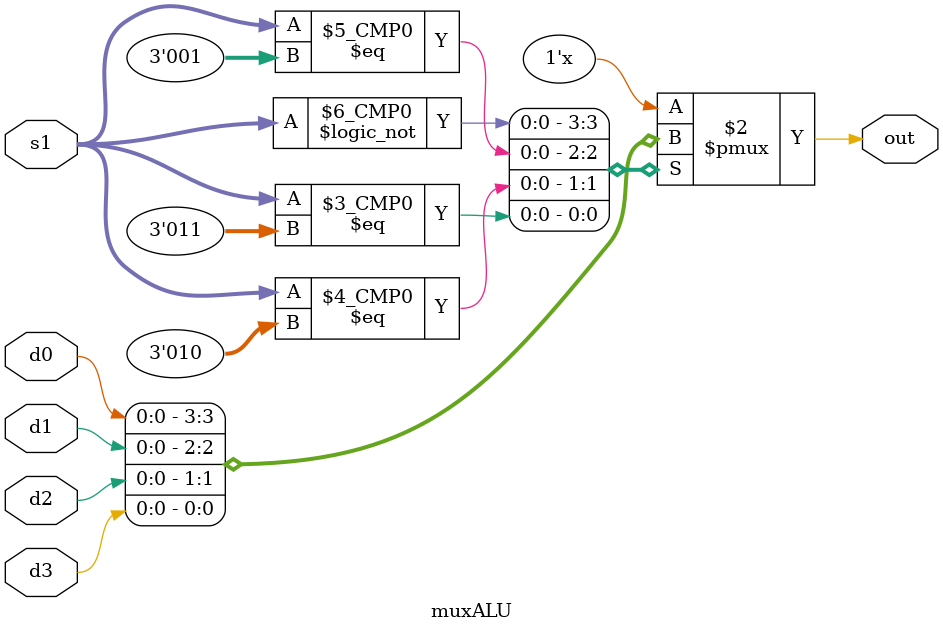
<source format=v>
`timescale 1ns / 1ps

module muxALU(
    input wire [7:0]d0,
    input wire [7:0]d1,
    input wire d2,
    input wire d3,
    input wire [2:0]s1,
    output reg out
    );
	 
	 
	 always@(d0,d1,d2,d3,s1)
	 begin
	 
	 case (s1)
		3'b000 : out <= d0; 
		3'b001 : out <= d1;
		3'b010 : out <= d2;
		3'b011 : out <= d3; 
	 endcase
	 
	 end


endmodule

</source>
